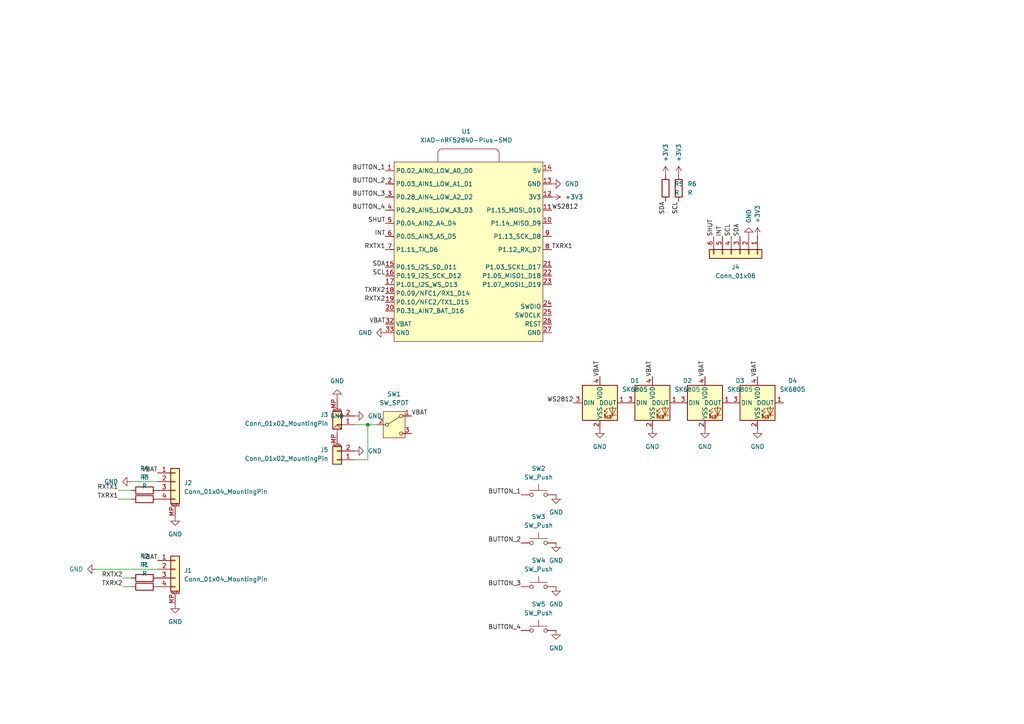
<source format=kicad_sch>
(kicad_sch (version 20250114) (generator "eeschema") (generator_version "9.0")
  (paper "A4")
  (lib_symbols
    (symbol "Connector_Generic:Conn_01x06" (pin_names (offset 1.016) (hide yes))
      (property "Reference" "J" (at 0 7.62 0))
      (property "Value" "Conn_01x06" (at 0 -10.16 0))
      (symbol "Conn_01x06_1_1"
        (rectangle (start -1.27 6.35) (end 1.27 -8.89) (stroke (width 0.254)) (fill (type background)))
        (rectangle (start -1.27 5.207) (end 0 4.953) (stroke (width 0.1524)))
        (rectangle (start -1.27 2.667) (end 0 2.413) (stroke (width 0.1524)))
        (rectangle (start -1.27 0.127) (end 0 -0.127) (stroke (width 0.1524)))
        (rectangle (start -1.27 -2.413) (end 0 -2.667) (stroke (width 0.1524)))
        (rectangle (start -1.27 -4.953) (end 0 -5.207) (stroke (width 0.1524)))
        (rectangle (start -1.27 -7.493) (end 0 -7.747) (stroke (width 0.1524)))
        (pin passive line (at -5.08 5.08 0) (length 3.81) (name "Pin_1") (number "1"))
        (pin passive line (at -5.08 2.54 0) (length 3.81) (name "Pin_2") (number "2"))
        (pin passive line (at -5.08 0 0) (length 3.81) (name "Pin_3") (number "3"))
        (pin passive line (at -5.08 -2.54 0) (length 3.81) (name "Pin_4") (number "4"))
        (pin passive line (at -5.08 -5.08 0) (length 3.81) (name "Pin_5") (number "5"))
        (pin passive line (at -5.08 -7.62 0) (length 3.81) (name "Pin_6") (number "6"))
      )
    )
    (symbol "Connector_Generic_MountingPin:Conn_01x02_MountingPin" (pin_names (offset 1.016) (hide yes))
      (property "Reference" "J" (at 0 2.54 0))
      (property "Value" "Conn_01x02_MountingPin" (at 1.27 -5.08 0))
      (symbol "Conn_01x02_MountingPin_1_1"
        (rectangle (start -1.27 1.27) (end 1.27 -3.81) (stroke (width 0.254)) (fill (type background)))
        (rectangle (start -1.27 0.127) (end 0 -0.127) (stroke (width 0.1524)))
        (rectangle (start -1.27 -2.413) (end 0 -2.667) (stroke (width 0.1524)))
        (polyline (pts (xy -1.016 -4.572) (xy 1.016 -4.572)) (stroke (width 0.1524)))
        (text "Mounting" (at 0 -4.191 0) (effects (font (size 0.381 0.381))))
        (pin passive line (at -5.08 0 0) (length 3.81) (name "Pin_1") (number "1"))
        (pin passive line (at -5.08 -2.54 0) (length 3.81) (name "Pin_2") (number "2"))
        (pin passive line (at 0 -7.62 90) (length 3.048) (name "MountPin") (number "MP"))
      )
    )
    (symbol "Connector_Generic_MountingPin:Conn_01x04_MountingPin" (pin_names (offset 1.016) (hide yes))
      (property "Reference" "J" (at 0 5.08 0))
      (property "Value" "Conn_01x04_MountingPin" (at 1.27 -7.62 0))
      (symbol "Conn_01x04_MountingPin_1_1"
        (rectangle (start -1.27 3.81) (end 1.27 -6.35) (stroke (width 0.254)) (fill (type background)))
        (rectangle (start -1.27 2.667) (end 0 2.413) (stroke (width 0.1524)))
        (rectangle (start -1.27 0.127) (end 0 -0.127) (stroke (width 0.1524)))
        (rectangle (start -1.27 -2.413) (end 0 -2.667) (stroke (width 0.1524)))
        (rectangle (start -1.27 -4.953) (end 0 -5.207) (stroke (width 0.1524)))
        (polyline (pts (xy -1.016 -7.112) (xy 1.016 -7.112)) (stroke (width 0.1524)))
        (text "Mounting" (at 0 -6.731 0) (effects (font (size 0.381 0.381))))
        (pin passive line (at -5.08 2.54 0) (length 3.81) (name "Pin_1") (number "1"))
        (pin passive line (at -5.08 0 0) (length 3.81) (name "Pin_2") (number "2"))
        (pin passive line (at -5.08 -2.54 0) (length 3.81) (name "Pin_3") (number "3"))
        (pin passive line (at -5.08 -5.08 0) (length 3.81) (name "Pin_4") (number "4"))
        (pin passive line (at 0 -10.16 90) (length 3.048) (name "MountPin") (number "MP"))
      )
    )
    (symbol "Device:R" (pin_numbers (hide yes)) (pin_names (offset 0))
      (property "Reference" "R" (at 2.032 0 90))
      (property "Value" "R" (at 0 0 90))
      (symbol "R_0_1"
        (rectangle (start -1.016 -2.54) (end 1.016 2.54) (stroke (width 0.254)))
      )
      (symbol "R_1_1"
        (pin passive line (at 0 3.81 270) (length 1.27) (name "~") (number "1"))
        (pin passive line (at 0 -3.81 90) (length 1.27) (name "~") (number "2"))
      )
    )
    (symbol "LED:SK6805" (pin_names (offset 0.254))
      (property "Reference" "D" (at 5.08 5.715 0))
      (property "Value" "SK6805" (at 1.27 -5.715 0))
      (symbol "SK6805_0_0"
        (text "RGB" (at 2.286 -4.191 0) (effects (font (size 0.762 0.762))))
      )
      (symbol "SK6805_0_1"
        (polyline (pts (xy 1.27 -2.54) (xy 1.778 -2.54)))
        (polyline (pts (xy 1.27 -3.556) (xy 1.778 -3.556)))
        (polyline (pts (xy 2.286 -1.524) (xy 1.27 -2.54) (xy 1.27 -2.032)))
        (polyline (pts (xy 2.286 -2.54) (xy 1.27 -3.556) (xy 1.27 -3.048)))
        (polyline (pts (xy 3.683 -1.016) (xy 3.683 -3.556) (xy 3.683 -4.064)))
        (polyline (pts (xy 4.699 -1.524) (xy 2.667 -1.524) (xy 3.683 -3.556) (xy 4.699 -1.524)))
        (polyline (pts (xy 4.699 -3.556) (xy 2.667 -3.556)))
        (rectangle (start 5.08 5.08) (end -5.08 -5.08) (stroke (width 0.254)) (fill (type background)))
      )
      (symbol "SK6805_1_1"
        (pin input line (at -7.62 0 0) (length 2.54) (name "DIN") (number "3"))
        (pin power_in line (at 0 7.62 270) (length 2.54) (name "VDD") (number "4"))
        (pin power_in line (at 0 -7.62 90) (length 2.54) (name "VSS") (number "2"))
        (pin output line (at 7.62 0 180) (length 2.54) (name "DOUT") (number "1"))
      )
    )
    (symbol "Seeed_Studio_XIAO_Series:XIAO-nRF52840_Plus_SMD"
      (property "Reference" "U22" (at 20.9169 5.08 0))
      (property "Value" "XIAO-nRF52840-Plus-SMD" (at 19.304 -54.356 0))
      (symbol "XIAO-nRF52840_Plus_SMD_0_1"
        (rectangle (start 0 0) (end 43.18 -52.07) (fill (type background)))
      )
      (symbol "XIAO-nRF52840_Plus_SMD_1_0"
        (polyline (pts (xy 0 -2.54) (xy -1.27 -2.54)) (stroke (width 0.1524)))
        (polyline (pts (xy 0 -6.35) (xy -1.27 -6.35)) (stroke (width 0.1524)))
        (polyline (pts (xy 0 -10.16) (xy -1.27 -10.16)) (stroke (width 0.1524)))
        (polyline (pts (xy 0 -13.97) (xy -1.27 -13.97)) (stroke (width 0.1524)))
        (polyline (pts (xy 0 -17.78) (xy -1.27 -17.78)) (stroke (width 0.1524)))
        (polyline (pts (xy 0 -21.59) (xy -1.27 -21.59)) (stroke (width 0.1524)))
        (polyline (pts (xy 0 -25.4) (xy -1.27 -25.4)) (stroke (width 0.1524)))
        (pin passive line (at -2.54 -2.54 0) (length 2.54) (name "P0.02_AIN0_LOW_A0_D0") (number "1"))
        (pin passive line (at -2.54 -6.35 0) (length 2.54) (name "P0.03_AIN1_LOW_A1_D1") (number "2"))
        (pin passive line (at -2.54 -10.16 0) (length 2.54) (name "P0.28_AIN4_LOW_A2_D2") (number "3"))
        (pin passive line (at -2.54 -13.97 0) (length 2.54) (name "P0.29_AIN5_LOW_A3_D3") (number "4"))
        (pin passive line (at -2.54 -17.78 0) (length 2.54) (name "P0.04_AIN2_A4_D4") (number "5"))
        (pin passive line (at -2.54 -21.59 0) (length 2.54) (name "P0.05_AIN3_A5_D5") (number "6"))
        (pin passive line (at -2.54 -25.4 0) (length 2.54) (name "P1.11_TX_D6") (number "7"))
        (pin passive line (at 45.72 -2.54 180) (length 2.54) (name "5V") (number "14"))
        (pin passive line (at 45.72 -6.35 180) (length 2.54) (name "GND") (number "13"))
        (pin passive line (at 45.72 -10.16 180) (length 2.54) (name "3V3") (number "12"))
        (pin passive line (at 45.72 -13.97 180) (length 2.54) (name "P1.15_MOSI_D10") (number "11"))
        (pin passive line (at 45.72 -17.78 180) (length 2.54) (name "P1.14_MISO_D9") (number "10"))
        (pin passive line (at 45.72 -21.59 180) (length 2.54) (name "P1.13_SCK_D8") (number "9"))
        (pin passive line (at 45.72 -25.4 180) (length 2.54) (name "P1.12_RX_D7") (number "8"))
      )
      (symbol "XIAO-nRF52840_Plus_SMD_1_1"
        (polyline (pts (xy 12.7 2.54) (xy 12.7 0)))
        (polyline (pts (xy 13.97 3.81) (xy 29.21 3.81)))
        (arc (start 12.7 2.54) (mid 13.072 3.438) (end 13.97 3.81))
        (arc (start 29.21 3.81) (mid 29.21 3.81) (end 29.21 3.81))
        (arc (start 29.21 3.81) (mid 30.108 3.438) (end 30.48 2.54))
        (polyline (pts (xy 30.48 2.54) (xy 30.48 0)))
        (arc (start 30.48 2.54) (mid 30.48 2.54) (end 30.48 2.54))
        (pin passive line (at -2.54 -30.48 0) (length 2.54) (name "P0.15_I2S_SD_D11") (number "15"))
        (pin passive line (at -2.54 -33.02 0) (length 2.54) (name "P0.19_I2S_SCK_D12") (number "16"))
        (pin passive line (at -2.54 -35.56 0) (length 2.54) (name "P1.01_I2S_WS_D13") (number "17"))
        (pin passive line (at -2.54 -38.1 0) (length 2.54) (name "P0.09/NFC1/RX1_D14") (number "18"))
        (pin passive line (at -2.54 -40.64 0) (length 2.54) (name "P0.10/NFC2/TX1_D15") (number "19"))
        (pin passive line (at -2.54 -43.18 0) (length 2.54) (name "P0.31_AIN7_BAT_D16") (number "20"))
        (pin passive line (at -2.54 -46.99 0) (length 2.54) (name "VBAT") (number "32"))
        (pin passive line (at -2.54 -49.53 0) (length 2.54) (name "GND") (number "33"))
        (pin passive line (at 45.72 -30.48 180) (length 2.54) (name "P1.03_SCK1_D17") (number "21"))
        (pin passive line (at 45.72 -33.02 180) (length 2.54) (name "P1.05_MISO1_D18") (number "22"))
        (pin passive line (at 45.72 -35.56 180) (length 2.54) (name "P1.07_MOSI1_D19") (number "23"))
        (pin passive line (at 45.72 -41.91 180) (length 2.54) (name "SWDIO") (number "24"))
        (pin passive line (at 45.72 -44.45 180) (length 2.54) (name "SWDCLK") (number "25"))
        (pin passive line (at 45.72 -46.99 180) (length 2.54) (name "REST") (number "26"))
        (pin passive line (at 45.72 -49.53 180) (length 2.54) (name "GND") (number "27"))
      )
    )
    (symbol "Switch:SW_Push" (pin_numbers (hide yes)) (pin_names (offset 1.016) (hide yes))
      (property "Reference" "SW" (at 1.27 2.54 0))
      (property "Value" "SW_Push" (at 0 -1.524 0))
      (symbol "SW_Push_0_1"
        (circle (center -2.032 0) (radius 0.508))
        (polyline (pts (xy 0 1.27) (xy 0 3.048)))
        (circle (center 2.032 0) (radius 0.508))
        (polyline (pts (xy 2.54 1.27) (xy -2.54 1.27)))
        (pin passive line (at -5.08 0 0) (length 2.54) (name "1") (number "1"))
        (pin passive line (at 5.08 0 180) (length 2.54) (name "2") (number "2"))
      )
    )
    (symbol "Switch:SW_SPDT" (pin_names (offset 0) (hide yes))
      (property "Reference" "SW" (at 0 5.08 0))
      (property "Value" "SW_SPDT" (at 0 -5.08 0))
      (symbol "SW_SPDT_0_1"
        (circle (center -2.032 0) (radius 0.4572))
        (polyline (pts (xy -1.651 0.254) (xy 1.651 2.286)))
        (circle (center 2.032 2.54) (radius 0.4572))
        (circle (center 2.032 -2.54) (radius 0.4572))
      )
      (symbol "SW_SPDT_1_1"
        (rectangle (start -3.175 3.81) (end 3.175 -3.81) (fill (type background)))
        (pin passive line (at -5.08 0 0) (length 2.54) (name "B") (number "2"))
        (pin passive line (at 5.08 2.54 180) (length 2.54) (name "A") (number "1"))
        (pin passive line (at 5.08 -2.54 180) (length 2.54) (name "C") (number "3"))
      )
    )
    (symbol "power:+3V3" (power) (pin_numbers (hide yes)) (pin_names (offset 0) (hide yes))
      (property "Value" "+3V3" (at 0 3.556 0))
      (symbol "+3V3_0_1"
        (polyline (pts (xy -0.762 1.27) (xy 0 2.54)))
        (polyline (pts (xy 0 2.54) (xy 0.762 1.27)))
        (polyline (pts (xy 0 0) (xy 0 2.54)))
      )
      (symbol "+3V3_1_1"
        (pin power_in line (at 0 0 90) (length 0) (name "~") (number "1"))
      )
    )
    (symbol "power:GND" (power) (pin_names (offset 0))
      (property "Value" "GND" (at 0 -3.81 0))
      (symbol "GND_0_1"
        (polyline (pts (xy 0 0) (xy 0 -1.27) (xy 1.27 -1.27) (xy 0 -2.54) (xy -1.27 -1.27) (xy 0 -1.27)))
      )
      (symbol "GND_1_1"
        (pin power_in line (at 0 0 270) (length 0) (hide yes) (name "GND") (number "1"))
      )
    )
  )
  (junction (at 106.68 123.19))
  (wire (pts (xy 34.29 144.78) (xy 38.1 144.78)))
  (wire (pts (xy 38.1 139.7) (xy 45.72 139.7)))
  (wire (pts (xy 102.87 123.19) (xy 106.68 123.19)))
  (wire (pts (xy 34.29 142.24) (xy 38.1 142.24)))
  (wire (pts (xy 106.68 123.19) (xy 109.22 123.19)))
  (wire (pts (xy 106.68 133.35) (xy 102.87 133.35)))
  (wire (pts (xy 27.94 165.1) (xy 45.72 165.1)))
  (wire (pts (xy 35.56 167.64) (xy 38.1 167.64)))
  (wire (pts (xy 35.56 170.18) (xy 38.1 170.18)))
  (wire (pts (xy 106.68 123.19) (xy 106.68 133.35)))
  (label "SDA" (at 111.76 77.47 180))
  (label "SDA" (at 193.04 58.42 270))
  (label "VBAT" (at 45.72 137.16 180))
  (label "VBAT" (at 173.99 109.22 90))
  (label "BUTTON_4" (at 151.13 182.88 180))
  (label "BUTTON_2" (at 151.13 157.48 180))
  (label "SCL" (at 196.85 58.42 270))
  (label "BUTTON_3" (at 111.76 57.15 180))
  (label "WS2812" (at 160.02 60.96 0))
  (label "VBAT" (at 219.71 109.22 90))
  (label "TXRX1" (at 160.02 72.39 0))
  (label "BUTTON_1" (at 151.13 143.51 180))
  (label "WS2812" (at 166.37 116.84 180))
  (label "SCL" (at 111.76 80.01 180))
  (label "INT" (at 111.76 68.58 180))
  (label "SHUT" (at 111.76 64.77 180))
  (label "RXTX2" (at 111.76 87.63 180))
  (label "VBAT" (at 189.23 109.22 90))
  (label "VBAT" (at 119.38 120.65 0))
  (label "TXRX2" (at 35.56 170.18 180))
  (label "RXTX1" (at 111.76 72.39 180))
  (label "BUTTON_4" (at 111.76 60.96 180))
  (label "TXRX1" (at 34.29 144.78 180))
  (label "VBAT" (at 204.47 109.22 90))
  (label "VBAT" (at 45.72 162.56 180))
  (label "VBAT" (at 111.76 93.98 180))
  (label "BUTTON_2" (at 111.76 53.34 180))
  (label "TXRX2" (at 111.76 85.09 180))
  (label "RXTX1" (at 34.29 142.24 180))
  (label "SDA" (at 214.63 68.58 90))
  (label "SCL" (at 212.09 68.58 90))
  (label "SHUT" (at 207.01 68.58 90))
  (label "INT" (at 209.55 68.58 90))
  (label "BUTTON_3" (at 151.13 170.18 180))
  (label "BUTTON_1" (at 111.76 49.53 180))
  (label "RXTX2" (at 35.56 167.64 180))
  (symbol (lib_id "power:GND") (at 102.87 130.81 90) (unit 1)
    (property "Reference" "#PWR019" (effects (hide yes)))
    (property "Value" "GND" (at 106.68 130.8099 90) (effects (justify right)))
  )
  (symbol (lib_id "power:GND") (at 204.47 124.46 0) (unit 1)
    (property "Reference" "#PWR010" (effects (hide yes)))
    (property "Value" "GND" (at 204.47 129.54 0))
  )
  (symbol (lib_id "Connector_Generic_MountingPin:Conn_01x04_MountingPin") (at 50.8 165.1 0) (unit 1)
    (property "Reference" "J1" (at 53.34 165.4555 0) (effects (justify left)))
    (property "Value" "Conn_01x04_MountingPin" (at 53.34 167.9955 0) (effects (justify left)))
    (property "Footprint" "Connector_Molex:Molex_Pico-EZmate_78171-0004_1x04-1MP_P1.20mm_Vertical" (effects (hide yes)))
    (property "Description" "Generic connectable mounting pin connector, single row, 01x04, script generated (kicad-library-utils/schlib/autogen/connector/)" (effects (hide yes)))
    (property "LCSC Part" "C2840019" (effects (hide yes)))
  )
  (symbol (lib_id "Connector_Generic:Conn_01x06") (at 214.63 73.66 270) (unit 1)
    (property "Reference" "J4" (at 213.36 77.47 90))
    (property "Value" "Conn_01x06" (at 213.36 80.01 90))
    (property "Footprint" "Connector_PinSocket_2.54mm:PinSocket_1x06_P2.54mm_Vertical" (effects (hide yes)))
    (property "Description" "Generic connector, single row, 01x06, script generated (kicad-library-utils/schlib/autogen/connector/)" (effects (hide yes)))
  )
  (symbol (lib_id "power:GND") (at 97.79 115.57 180) (unit 1)
    (property "Reference" "#PWR04" (effects (hide yes)))
    (property "Value" "GND" (at 97.79 110.49 0))
  )
  (symbol (lib_id "Switch:SW_SPDT") (at 114.3 123.19 0) (unit 1)
    (property "Reference" "SW1" (at 114.3 114.3 0))
    (property "Value" "SW_SPDT" (at 114.3 116.84 0))
    (property "Footprint" "Button_Switch_SMD:SW_SPDT_PCM12" (effects (hide yes)))
    (property "Description" "Switch, single pole double throw" (effects (hide yes)))
  )
  (symbol (lib_id "power:GND") (at 111.76 96.52 270) (unit 1)
    (property "Reference" "#PWR05" (effects (hide yes)))
    (property "Value" "GND" (at 107.95 96.5199 90) (effects (justify right)))
  )
  (symbol (lib_id "Connector_Generic_MountingPin:Conn_01x02_MountingPin") (at 97.79 123.19 180) (unit 1)
    (property "Reference" "J3" (at 95.25 120.2943 0) (effects (justify left)))
    (property "Value" "Conn_01x02_MountingPin" (at 95.25 122.8343 0) (effects (justify left)))
    (property "Footprint" "Connector_JST:JST_SH_BM02B-SRSS-TB_1x02-1MP_P1.00mm_Vertical" (effects (hide yes)))
    (property "Description" "Generic connectable mounting pin connector, single row, 01x02, script generated (kicad-library-utils/schlib/autogen/connector/)" (effects (hide yes)))
  )
  (symbol (lib_id "LED:SK6805") (at 189.23 116.84 0) (unit 1)
    (property "Reference" "D2" (at 199.39 110.4198 0))
    (property "Value" "SK6805" (at 199.39 112.9598 0))
    (property "Footprint" "LED_SMD:LED_SK6812_EC15_1.5x1.5mm" (effects (hide yes)))
    (property "Datasheet" "https://cdn-shop.adafruit.com/product-files/3484/3484_Datasheet.pdf" (effects (hide yes)))
    (property "Description" "RGB LED with integrated controller" (effects (hide yes)))
  )
  (symbol (lib_id "power:+3V3") (at 196.85 50.8 0) (unit 1)
    (property "Reference" "#PWR021" (effects (hide yes)))
    (property "Value" "+3V3" (at 196.8499 46.99 90) (effects (justify left)))
    (property "Description" "Power symbol creates a global label with name \"+3V3\"" (effects (hide yes)))
  )
  (symbol (lib_id "power:GND") (at 161.29 170.18 0) (unit 1)
    (property "Reference" "#PWR014" (effects (hide yes)))
    (property "Value" "GND" (at 161.29 175.26 0))
  )
  (symbol (lib_id "power:GND") (at 27.94 165.1 270) (unit 1)
    (property "Reference" "#PWR01" (effects (hide yes)))
    (property "Value" "GND" (at 24.13 165.0999 90) (effects (justify right)))
  )
  (symbol (lib_id "power:+3V3") (at 219.71 68.58 0) (unit 1)
    (property "Reference" "#PWR017" (effects (hide yes)))
    (property "Value" "+3V3" (at 219.7099 64.77 90) (effects (justify left)))
    (property "Description" "Power symbol creates a global label with name \"+3V3\"" (effects (hide yes)))
  )
  (symbol (lib_id "power:GND") (at 219.71 124.46 0) (unit 1)
    (property "Reference" "#PWR011" (effects (hide yes)))
    (property "Value" "GND" (at 219.71 129.54 0))
  )
  (symbol (lib_id "Device:R") (at 41.91 170.18 90) (unit 1)
    (property "Reference" "R1" (at 41.91 163.83 90))
    (property "Value" "R" (at 41.91 166.37 90))
    (property "Footprint" "Resistor_SMD:R_0603_1608Metric" (effects (hide yes)))
    (property "Description" "Resistor" (effects (hide yes)))
  )
  (symbol (lib_id "Device:R") (at 41.91 142.24 90) (unit 1)
    (property "Reference" "R4" (at 41.91 135.89 90))
    (property "Value" "R" (at 41.91 138.43 90))
    (property "Footprint" "Resistor_SMD:R_0603_1608Metric" (effects (hide yes)))
    (property "Description" "Resistor" (effects (hide yes)))
  )
  (symbol (lib_id "Device:R") (at 193.04 54.61 180) (unit 1)
    (property "Reference" "R5" (at 195.58 53.3399 0) (effects (justify right)))
    (property "Value" "R" (at 195.58 55.8799 0) (effects (justify right)))
    (property "Footprint" "Resistor_SMD:R_0603_1608Metric" (effects (hide yes)))
    (property "Description" "Resistor" (effects (hide yes)))
  )
  (symbol (lib_id "power:GND") (at 217.17 68.58 180) (unit 1)
    (property "Reference" "#PWR016" (effects (hide yes)))
    (property "Value" "GND" (at 217.1699 64.77 90) (effects (justify right)))
  )
  (symbol (lib_id "LED:SK6805") (at 173.99 116.84 0) (unit 1)
    (property "Reference" "D1" (at 184.15 110.4198 0))
    (property "Value" "SK6805" (at 184.15 112.9598 0))
    (property "Footprint" "LED_SMD:LED_SK6812_EC15_1.5x1.5mm" (effects (hide yes)))
    (property "Datasheet" "https://cdn-shop.adafruit.com/product-files/3484/3484_Datasheet.pdf" (effects (hide yes)))
    (property "Description" "RGB LED with integrated controller" (effects (hide yes)))
  )
  (symbol (lib_id "power:GND") (at 161.29 157.48 0) (unit 1)
    (property "Reference" "#PWR013" (effects (hide yes)))
    (property "Value" "GND" (at 161.29 162.56 0))
  )
  (symbol (lib_id "power:GND") (at 102.87 120.65 90) (unit 1)
    (property "Reference" "#PWR02" (effects (hide yes)))
    (property "Value" "GND" (at 106.68 120.6499 90) (effects (justify right)))
  )
  (symbol (lib_id "LED:SK6805") (at 204.47 116.84 0) (unit 1)
    (property "Reference" "D3" (at 214.63 110.4198 0))
    (property "Value" "SK6805" (at 214.63 112.9598 0))
    (property "Footprint" "LED_SMD:LED_SK6812_EC15_1.5x1.5mm" (effects (hide yes)))
    (property "Datasheet" "https://cdn-shop.adafruit.com/product-files/3484/3484_Datasheet.pdf" (effects (hide yes)))
    (property "Description" "RGB LED with integrated controller" (effects (hide yes)))
  )
  (symbol (lib_id "Device:R") (at 41.91 144.78 90) (unit 1)
    (property "Reference" "R3" (at 41.91 138.43 90))
    (property "Value" "R" (at 41.91 140.97 90))
    (property "Footprint" "Resistor_SMD:R_0603_1608Metric" (effects (hide yes)))
    (property "Description" "Resistor" (effects (hide yes)))
  )
  (symbol (lib_id "power:+3V3") (at 193.04 50.8 0) (unit 1)
    (property "Reference" "#PWR020" (effects (hide yes)))
    (property "Value" "+3V3" (at 193.0399 46.99 90) (effects (justify left)))
    (property "Description" "Power symbol creates a global label with name \"+3V3\"" (effects (hide yes)))
  )
  (symbol (lib_id "power:GND") (at 161.29 143.51 0) (unit 1)
    (property "Reference" "#PWR012" (effects (hide yes)))
    (property "Value" "GND" (at 161.29 148.59 0))
  )
  (symbol (lib_id "Switch:SW_Push") (at 156.21 170.18 0) (unit 1)
    (property "Reference" "SW4" (at 156.21 162.56 0))
    (property "Value" "SW_Push" (at 156.21 165.1 0))
    (property "Footprint" "Button_Switch_SMD:SW_Push_1P1T_NO_CK_KMR2" (effects (hide yes)))
    (property "Description" "Push button switch, generic, two pins" (effects (hide yes)))
  )
  (symbol (lib_id "power:GND") (at 97.79 125.73 180) (unit 1)
    (property "Reference" "#PWR018" (effects (hide yes)))
    (property "Value" "GND" (at 97.79 120.65 0))
  )
  (symbol (lib_id "power:GND") (at 173.99 124.46 0) (unit 1)
    (property "Reference" "#PWR08" (effects (hide yes)))
    (property "Value" "GND" (at 173.99 129.54 0))
  )
  (symbol (lib_id "Seeed_Studio_XIAO_Series:XIAO-nRF52840_Plus_SMD") (at 114.3 46.99 0) (unit 1)
    (property "Reference" "U1" (at 135.2169 38.1 0))
    (property "Value" "XIAO-nRF52840-Plus-SMD" (at 135.2169 40.64 0))
    (property "Footprint" "seeed:XIAO-nRF52840-Plus-SMD" (effects (hide yes)))
  )
  (symbol (lib_id "Connector_Generic_MountingPin:Conn_01x04_MountingPin") (at 50.8 139.7 0) (unit 1)
    (property "Reference" "J2" (at 53.34 140.0555 0) (effects (justify left)))
    (property "Value" "Conn_01x04_MountingPin" (at 53.34 142.5955 0) (effects (justify left)))
    (property "Footprint" "Connector_Molex:Molex_Pico-EZmate_78171-0004_1x04-1MP_P1.20mm_Vertical" (effects (hide yes)))
    (property "Description" "Generic connectable mounting pin connector, single row, 01x04, script generated (kicad-library-utils/schlib/autogen/connector/)" (effects (hide yes)))
    (property "LCSC Part" "C2840019" (effects (hide yes)))
  )
  (symbol (lib_id "power:GND") (at 50.8 149.86 0) (unit 1)
    (property "Reference" "#PWR027" (effects (hide yes)))
    (property "Value" "GND" (at 50.8 154.94 0))
  )
  (symbol (lib_id "Switch:SW_Push") (at 156.21 182.88 0) (unit 1)
    (property "Reference" "SW5" (at 156.21 175.26 0))
    (property "Value" "SW_Push" (at 156.21 177.8 0))
    (property "Footprint" "Button_Switch_SMD:SW_Push_1P1T_NO_CK_KMR2" (effects (hide yes)))
    (property "Description" "Push button switch, generic, two pins" (effects (hide yes)))
  )
  (symbol (lib_id "power:+3V3") (at 160.02 57.15 270) (unit 1)
    (property "Reference" "#PWR07" (effects (hide yes)))
    (property "Value" "+3V3" (at 163.83 57.1499 90) (effects (justify left)))
    (property "Description" "Power symbol creates a global label with name \"+3V3\"" (effects (hide yes)))
  )
  (symbol (lib_id "Switch:SW_Push") (at 156.21 157.48 0) (unit 1)
    (property "Reference" "SW3" (at 156.21 149.86 0))
    (property "Value" "SW_Push" (at 156.21 152.4 0))
    (property "Footprint" "Button_Switch_SMD:SW_Push_1P1T_NO_CK_KMR2" (effects (hide yes)))
    (property "Description" "Push button switch, generic, two pins" (effects (hide yes)))
  )
  (symbol (lib_id "power:GND") (at 160.02 53.34 90) (unit 1)
    (property "Reference" "#PWR06" (effects (hide yes)))
    (property "Value" "GND" (at 163.83 53.3399 90) (effects (justify right)))
  )
  (symbol (lib_id "Switch:SW_Push") (at 156.21 143.51 0) (unit 1)
    (property "Reference" "SW2" (at 156.21 135.89 0))
    (property "Value" "SW_Push" (at 156.21 138.43 0))
    (property "Footprint" "Button_Switch_SMD:SW_Push_1P1T_NO_CK_KMR2" (effects (hide yes)))
    (property "Description" "Push button switch, generic, two pins" (effects (hide yes)))
  )
  (symbol (lib_id "LED:SK6805") (at 219.71 116.84 0) (unit 1)
    (property "Reference" "D4" (at 229.87 110.4198 0))
    (property "Value" "SK6805" (at 229.87 112.9598 0))
    (property "Footprint" "LED_SMD:LED_SK6812_EC15_1.5x1.5mm" (effects (hide yes)))
    (property "Datasheet" "https://cdn-shop.adafruit.com/product-files/3484/3484_Datasheet.pdf" (effects (hide yes)))
    (property "Description" "RGB LED with integrated controller" (effects (hide yes)))
  )
  (symbol (lib_id "Device:R") (at 196.85 54.61 180) (unit 1)
    (property "Reference" "R6" (at 199.39 53.3399 0) (effects (justify right)))
    (property "Value" "R" (at 199.39 55.8799 0) (effects (justify right)))
    (property "Footprint" "Resistor_SMD:R_0603_1608Metric" (effects (hide yes)))
    (property "Description" "Resistor" (effects (hide yes)))
  )
  (symbol (lib_id "Device:R") (at 41.91 167.64 90) (unit 1)
    (property "Reference" "R2" (at 41.91 161.29 90))
    (property "Value" "R" (at 41.91 163.83 90))
    (property "Footprint" "Resistor_SMD:R_0603_1608Metric" (effects (hide yes)))
    (property "Description" "Resistor" (effects (hide yes)))
  )
  (symbol (lib_id "Connector_Generic_MountingPin:Conn_01x02_MountingPin") (at 97.79 133.35 180) (unit 1)
    (property "Reference" "J5" (at 95.25 130.4543 0) (effects (justify left)))
    (property "Value" "Conn_01x02_MountingPin" (at 95.25 132.9943 0) (effects (justify left)))
    (property "Footprint" "Connector_JST:JST_SH_BM02B-SRSS-TB_1x02-1MP_P1.00mm_Vertical" (effects (hide yes)))
    (property "Description" "Generic connectable mounting pin connector, single row, 01x02, script generated (kicad-library-utils/schlib/autogen/connector/)" (effects (hide yes)))
  )
  (symbol (lib_id "power:GND") (at 189.23 124.46 0) (unit 1)
    (property "Reference" "#PWR09" (effects (hide yes)))
    (property "Value" "GND" (at 189.23 129.54 0))
  )
  (symbol (lib_id "power:GND") (at 38.1 139.7 270) (unit 1)
    (property "Reference" "#PWR026" (effects (hide yes)))
    (property "Value" "GND" (at 34.29 139.6999 90) (effects (justify right)))
  )
  (symbol (lib_id "power:GND") (at 50.8 175.26 0) (unit 1)
    (property "Reference" "#PWR03" (effects (hide yes)))
    (property "Value" "GND" (at 50.8 180.34 0))
  )
  (symbol (lib_id "power:GND") (at 161.29 182.88 0) (unit 1)
    (property "Reference" "#PWR015" (effects (hide yes)))
    (property "Value" "GND" (at 161.29 187.96 0))
  )
)
</source>
